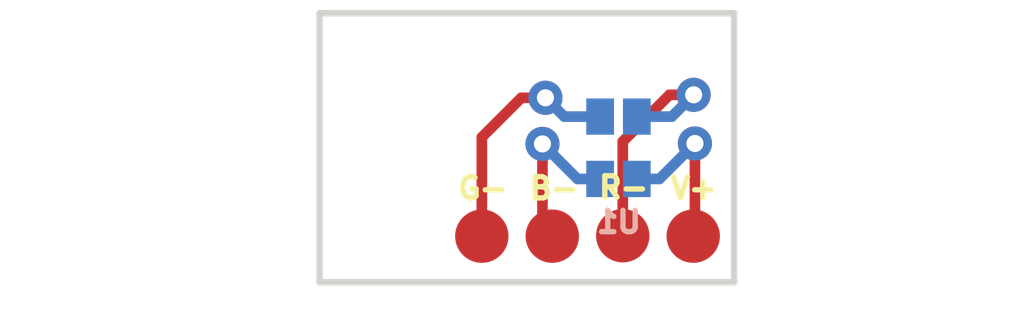
<source format=kicad_pcb>
(kicad_pcb (version 20211014) (generator pcbnew)
  (layers (0 "F.Cu" signal) (31 "B.Cu" signal) (34 "B.Paste" user) (35 "F.Paste" user) (36 "B.SilkS" user "B.Silkscreen") (37 "F.SilkS" user "F.Silkscreen") (38 "B.Mask" user) (39 "F.Mask" user) (44 "Edge.Cuts" user))
  (net 0 "")
  (net 1 "R")
  (net 2 "G")
  (net 3 "B")
  (net 4 "A")
  (footprint "Wiiboy Parts:1.25mm pad" (layer "F.Cu") (at 96.88 62.63)
    (fp_text reference "TP1" hide)
    (fp_text value "TestPoint" hide)
    (pad "1" smd circle locked (at 0 0) (size 1.25 1.25) (layers "F.Cu" "F.Paste" "F.Mask") (net 1 "R"))
  )
  (footprint "Wiiboy Parts:1.25mm pad" (layer "F.Cu") (at 93.58 62.64)
    (fp_text reference "TP2" hide)
    (fp_text value "TestPoint" hide)
    (pad "1" smd circle locked (at 0 0) (size 1.25 1.25) (layers "F.Cu" "F.Paste" "F.Mask") (net 2 "G"))
  )
  (footprint "Wiiboy Parts:1.25mm pad" (layer "F.Cu") (at 95.23 62.64)
    (fp_text reference "TP3" hide)
    (fp_text value "TestPoint" hide)
    (pad "1" smd circle locked (at 0 0) (size 1.25 1.25) (layers "F.Cu" "F.Paste" "F.Mask") (net 3 "B"))
  )
  (footprint "Wiiboy Parts:1.25mm pad" (layer "F.Cu") (at 98.53 62.64)
    (fp_text reference "TP4" hide)
    (fp_text value "TestPoint" hide)
    (pad "1" smd circle locked (at 0 0) (size 1.25 1.25) (layers "F.Cu" "F.Paste" "F.Mask") (net 4 "A"))
  )
  (footprint "MountingHole:MountingHole_2.2mm_M2" (layer "F.Cu") (at 91.78 60.57)
    (fp_text reference "REF**" hide)
    (fp_text value "MountingHole_2.2mm_M2")
    (pad "" np_thru_hole circle locked (at 0 0) (size 2.2 2.2) (drill 2.2) (layers *.Cu *.Mask))
  )
  (footprint "Wiiboy Parts:LTST-C19HE1WT" (layer "B.Cu") (at 96.78 60.57 180)
    (fp_text reference "U1" (at -0.01 -1.74 180) (layer "B.SilkS") (effects (font (size 0.5 0.5) (thickness 0.125)) (justify mirror)))
    (fp_text value "LTST-C19HE1WT")
    (pad "1" smd rect locked (at -0.43 0.73 180) (size 0.65 0.85) (layers "B.Cu" "B.Paste" "B.Mask") (net 1 "R"))
    (pad "2" smd rect locked (at 0.43 0.73 180) (size 0.65 0.85) (layers "B.Cu" "B.Paste" "B.Mask") (net 2 "G"))
    (pad "3" smd rect locked (at 0.43 -0.73 180) (size 0.65 0.85) (layers "B.Cu" "B.Paste" "B.Mask") (net 3 "B"))
    (pad "4" smd rect locked (at -0.43 -0.73 180) (size 0.65 0.85) (layers "B.Cu" "B.Paste" "B.Mask") (net 4 "A"))
  )
  (gr_line (start 89.78 57.42) (end 89.78 63.72) (layer "Edge.Cuts") (width 0.15))
  (gr_line (start 99.49 63.72) (end 99.49 57.42) (layer "Edge.Cuts") (width 0.15))
  (gr_line (start 99.49 57.42) (end 89.78 57.42) (layer "Edge.Cuts") (width 0.15))
  (gr_line (start 89.78 63.72) (end 99.49 63.72) (layer "Edge.Cuts") (width 0.15))
  (gr_text "G-" (at 93.6 61.52) (layer "F.SilkS") (effects (font (size 0.5 0.5) (thickness 0.125))))
  (gr_text "V+" (at 98.54 61.52) (layer "F.SilkS") (effects (font (size 0.5 0.5) (thickness 0.125))))
  (gr_text "R-" (at 96.9 61.5) (layer "F.SilkS") (effects (font (size 0.5 0.5) (thickness 0.125))))
  (gr_text "B-" (at 95.27 61.52) (layer "F.SilkS") (effects (font (size 0.5 0.5) (thickness 0.125))))
  (segment (start 98.54 59.33) (end 97.974315 59.33) (width 0.25) (layer "F.Cu") (net 1))
  (segment (start 96.88 60.424315) (end 96.88 61.746117) (width 0.25) (layer "F.Cu") (net 1))
  (segment (start 96.88 61.746117) (end 96.88 62.63) (width 0.25) (layer "F.Cu") (net 1))
  (segment (start 97.974315 59.33) (end 96.88 60.424315) (width 0.25) (layer "F.Cu") (net 1))
  (via (at 98.54 59.33) (size 0.8) (drill 0.4) (layers "F.Cu" "B.Cu") (net 1))
  (segment (start 97.21 59.84) (end 98.03 59.84) (width 0.25) (layer "B.Cu") (net 1))
  (segment (start 98.03 59.84) (end 98.54 59.33) (width 0.25) (layer "B.Cu") (net 1))
  (segment (start 93.58 60.324315) (end 93.58 61.756117) (width 0.25) (layer "F.Cu") (net 2))
  (segment (start 95.07 59.4) (end 94.504315 59.4) (width 0.25) (layer "F.Cu") (net 2))
  (segment (start 94.504315 59.4) (end 93.58 60.324315) (width 0.25) (layer "F.Cu") (net 2))
  (segment (start 93.58 61.756117) (end 93.58 62.64) (width 0.25) (layer "F.Cu") (net 2))
  (via (at 95.07 59.4) (size 0.8) (drill 0.4) (layers "F.Cu" "B.Cu") (net 2))
  (segment (start 96.35 59.84) (end 95.51 59.84) (width 0.25) (layer "B.Cu") (net 2))
  (segment (start 95.51 59.84) (end 95.07 59.4) (width 0.25) (layer "B.Cu") (net 2))
  (segment (start 95 60.48) (end 95 62.41) (width 0.25) (layer "F.Cu") (net 3))
  (segment (start 95 62.41) (end 95.23 62.64) (width 0.25) (layer "F.Cu") (net 3))
  (via (at 95 60.48) (size 0.8) (drill 0.4) (layers "F.Cu" "B.Cu") (net 3))
  (segment (start 96.35 61.3) (end 95.82 61.3) (width 0.25) (layer "B.Cu") (net 3))
  (segment (start 95.82 61.3) (end 95 60.48) (width 0.25) (layer "B.Cu") (net 3))
  (segment (start 98.57 60.47) (end 98.57 62.6) (width 0.25) (layer "F.Cu") (net 4))
  (segment (start 98.57 62.6) (end 98.53 62.64) (width 0.25) (layer "F.Cu") (net 4))
  (via (at 98.57 60.47) (size 0.8) (drill 0.4) (layers "F.Cu" "B.Cu") (net 4))
  (segment (start 97.21 61.3) (end 97.74 61.3) (width 0.25) (layer "B.Cu") (net 4))
  (segment (start 97.74 61.3) (end 98.57 60.47) (width 0.25) (layer "B.Cu") (net 4))
)
</source>
